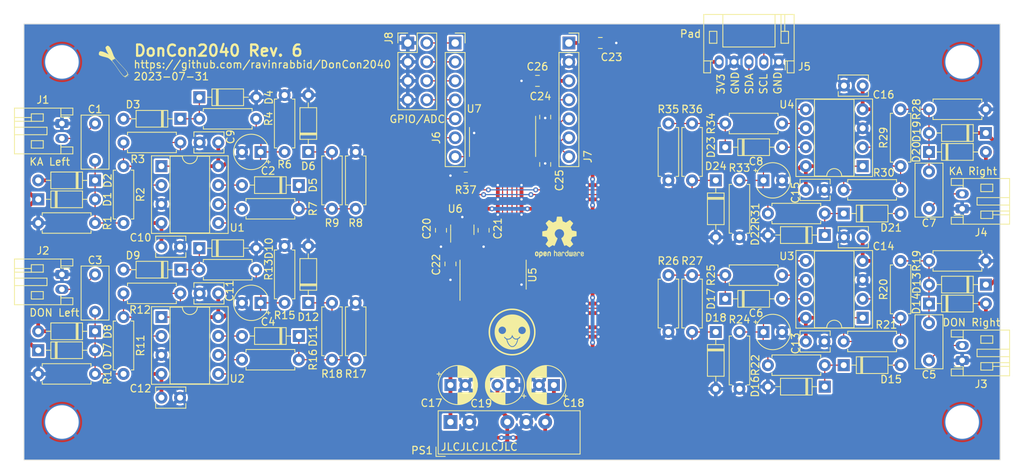
<source format=kicad_pcb>
(kicad_pcb (version 20230620) (generator pcbnew)
  (title_block (title "DonCon2040") (date "2023-07-31") (rev "6") (company "ravinrabbid"))
  (layers (0 "F.Cu" signal) (31 "B.Cu" signal) (34 "B.Paste" user) (35 "F.Paste" user) (36 "B.SilkS" user "B.Silkscreen") (37 "F.SilkS" user "F.Silkscreen") (38 "B.Mask" user) (39 "F.Mask" user) (44 "Edge.Cuts" user))
  (net 0 "")
  (net 1 "Ka_Left_IN")
  (net 2 "Net-(D1-A)")
  (net 3 "Net-(J6-Pin_1)")
  (net 4 "GND")
  (net 5 "Don_Left_IN")
  (net 6 "Net-(D7-A)")
  (net 7 "Net-(J6-Pin_2)")
  (net 8 "Don_Right_IN")
  (net 9 "Net-(D13-A)")
  (net 10 "Net-(J6-Pin_3)")
  (net 11 "Ka_Right_IN")
  (net 12 "Net-(D19-A)")
  (net 13 "Net-(J6-Pin_4)")
  (net 14 "+12V")
  (net 15 "-12V")
  (net 16 "+5V")
  (net 17 "Net-(D3-K)")
  (net 18 "Net-(D3-A)")
  (net 19 "Net-(D5-K)")
  (net 20 "Net-(D5-A)")
  (net 21 "Net-(D10-K)")
  (net 22 "Net-(D9-A)")
  (net 23 "Net-(D11-K)")
  (net 24 "Net-(D11-A)")
  (net 25 "Net-(D15-K)")
  (net 26 "Net-(D15-A)")
  (net 27 "Net-(D17-K)")
  (net 28 "Net-(D17-A)")
  (net 29 "Net-(D21-K)")
  (net 30 "Net-(D21-A)")
  (net 31 "Net-(D23-K)")
  (net 32 "Net-(D23-A)")
  (net 33 "SCL")
  (net 34 "SDA")
  (net 35 "+3V3")
  (net 36 "Net-(U5-Vref)")
  (net 37 "Net-(U1A--)")
  (net 38 "Net-(U1B-+)")
  (net 39 "Net-(U1B--)")
  (net 40 "Net-(U2A--)")
  (net 41 "Net-(U2B-+)")
  (net 42 "Net-(U2B--)")
  (net 43 "Net-(U3A--)")
  (net 44 "Net-(U3B-+)")
  (net 45 "Net-(U3B--)")
  (net 46 "Net-(U4A--)")
  (net 47 "Net-(U4B-+)")
  (net 48 "Net-(U4B--)")
  (net 49 "SPI MOSI")
  (net 50 "SPI MISO")
  (net 51 "SPI SCLK")
  (net 52 "SPI nCS")
  (net 53 "Ka_Left_ADC")
  (net 54 "Don_Left_ADC")
  (net 55 "Don_Right_ADC")
  (net 56 "Ka_Right_ADC")
  (net 59 "SPI OE")
  (net 60 "Net-(U5-~{CS}{slash}SHDN)")
  (net 61 "Net-(U5-Din)")
  (net 62 "Net-(U5-Dout)")
  (net 63 "Net-(U5-CLK)")
  (footprint "Diode_THT:D_DO-35_SOD27_P7.62mm_Horizontal" (layer "F.Cu") (at 102.87 85.09 180)
    (property "Reference" "D2")
    (property "Value" "1SS133")
  )
  (footprint "Diode_THT:D_DO-35_SOD27_P7.62mm_Horizontal" (layer "F.Cu") (at 214.63 81.28)
    (property "Reference" "D20")
    (property "Value" "1SS133")
  )
  (footprint "Capacitor_THT:C_Rect_L7.0mm_W3.5mm_P5.00mm" (layer "F.Cu") (at 214.63 109.22 90)
    (property "Reference" "C5")
    (property "Value" "1nF")
  )
  (footprint "Resistor_THT:R_Axial_DIN0207_L6.3mm_D2.5mm_P7.62mm_Horizontal" (layer "F.Cu") (at 214.63 75.565)
    (property "Reference" "R28")
    (property "Value" "1M")
  )
  (footprint "Connector_PinSocket_2.54mm:PinSocket_1x07_P2.54mm_Vertical" (layer "F.Cu") (at 166.37 66.675)
    (property "Reference" "J7")
    (property "Value" "MCU2")
  )
  (footprint "Diode_THT:D_DO-35_SOD27_P7.62mm_Horizontal" (layer "F.Cu") (at 222.25 99.06 180)
    (property "Reference" "D13")
    (property "Value" "1SS133")
  )
  (footprint "Capacitor_THT:CP_Radial_Tantal_D4.5mm_P2.50mm" (layer "F.Cu") (at 125.055 101.505 180)
    (property "Reference" "C4")
    (property "Value" "0.47uF")
  )
  (footprint "Capacitor_THT:CP_Radial_Tantal_D4.5mm_P2.50mm" (layer "F.Cu") (at 192.445 105.41)
    (property "Reference" "C6")
    (property "Value" "0.47uF")
  )
  (footprint "Diode_THT:D_DO-35_SOD27_P7.62mm_Horizontal" (layer "F.Cu") (at 200.66 112.73797 180)
    (property "Reference" "D16")
    (property "Value" "BAT43")
  )
  (footprint "Resistor_THT:R_Axial_DIN0207_L6.3mm_D2.5mm_P7.62mm_Horizontal" (layer "F.Cu") (at 128.27 73.66 -90)
    (property "Reference" "R6")
    (property "Value" "5.1k")
  )
  (footprint "Capacitor_THT:CP_Radial_Tantal_D4.5mm_P2.50mm" (layer "F.Cu") (at 192.445 85.09)
    (property "Reference" "C8")
    (property "Value" "0.47uF")
  )
  (footprint "Capacitor_THT:C_Disc_D3.8mm_W2.6mm_P2.50mm" (layer "F.Cu") (at 111.76 114.205)
    (property "Reference" "C12")
    (property "Value" "100nF")
  )
  (footprint "Resistor_THT:R_Axial_DIN0207_L6.3mm_D2.5mm_P7.62mm_Horizontal" (layer "F.Cu") (at 200.66 109.855 180)
    (property "Reference" "R22")
    (property "Value" "100")
  )
  (footprint "Resistor_THT:R_Axial_DIN0207_L6.3mm_D2.5mm_P7.62mm_Horizontal" (layer "F.Cu") (at 106.68 80.01)
    (property "Reference" "R3")
    (property "Value" "100k")
  )
  (footprint "Resistor_THT:R_Axial_DIN0207_L6.3mm_D2.5mm_P7.62mm_Horizontal" (layer "F.Cu") (at 122.555 88.9)
    (property "Reference" "R7")
    (property "Value" "10k")
  )
  (footprint "Converter_DCDC:Converter_DCDC_XP_POWER-IAxxxxS_THT" (layer "F.Cu") (at 150.495 117.475 90)
    (property "Reference" "PS1")
    (property "Value" "A0512S-1WR3")
  )
  (footprint "Capacitor_THT:C_Disc_D3.8mm_W2.6mm_P2.50mm" (layer "F.Cu") (at 205.74 92.71 180)
    (property "Reference" "C14")
    (property "Value" "100nF")
  )
  (footprint "Diode_THT:D_DO-35_SOD27_P7.62mm_Horizontal" (layer "F.Cu") (at 186.055 105.41 -90)
    (property "Reference" "D18")
    (property "Value" "4.3V")
  )
  (footprint "Capacitor_SMD:C_0805_2012Metric_Pad1.18x1.45mm_HandSolder" (layer "F.Cu") (at 150.495 96.2875 90)
    (property "Reference" "C22")
    (property "Value" "0.1uF")
  )
  (footprint "Package_DIP:DIP-8_W7.62mm_Socket" (layer "F.Cu") (at 111.76 103.41)
    (property "Reference" "U2")
    (property "Value" "TL072")
  )
  (footprint "Connector_JST:JST_PH_S2B-PH-K_1x02_P2.00mm_Horizontal" (layer "F.Cu") (at 98.425 97.695 -90)
    (property "Reference" "J2")
    (property "Value" "Don Left")
  )
  (footprint "CustomLogos:Leek-Logo_6.3mm_Silkscreen" (layer "F.Cu") (at 105.41 69.215)
    (property "Reference" "REF**" hide)
    (property "Value" "LOGO" hide)
  )
  (footprint "Capacitor_SMD:C_0805_2012Metric_Pad1.18x1.45mm_HandSolder" (layer "F.Cu") (at 154.94 91.7775 90)
    (property "Reference" "C21")
    (property "Value" "10uF")
  )
  (footprint "Connector_JST:JST_PH_S2B-PH-K_1x02_P2.00mm_Horizontal" (layer "F.Cu") (at 98.425 77.47 -90)
    (property "Reference" "J1")
    (property "Value" "Ka Left")
  )
  (footprint "Resistor_THT:R_Axial_DIN0207_L6.3mm_D2.5mm_P7.62mm_Horizontal" (layer "F.Cu") (at 137.795 81.28 -90)
    (property "Reference" "R8")
    (property "Value" "1k")
  )
  (footprint "Capacitor_THT:C_Rect_L7.0mm_W3.5mm_P5.00mm" (layer "F.Cu") (at 214.63 88.9 90)
    (property "Reference" "C7")
    (property "Value" "1nF")
  )
  (footprint "Resistor_THT:R_Axial_DIN0207_L6.3mm_D2.5mm_P7.62mm_Horizontal" (layer "F.Cu") (at 179.705 85.09 90)
    (property "Reference" "R35")
    (property "Value" "1k")
  )
  (footprint "Resistor_THT:R_Axial_DIN0207_L6.3mm_D2.5mm_P7.62mm_Horizontal" (layer "F.Cu") (at 194.945 97.79 180)
    (property "Reference" "R25")
    (property "Value" "10k")
  )
  (footprint "Resistor_THT:R_Axial_DIN0207_L6.3mm_D2.5mm_P7.62mm_Horizontal" (layer "F.Cu") (at 116.84 76.835)
    (property "Reference" "R4")
    (property "Value" "100")
  )
  (footprint "Resistor_THT:R_Axial_DIN0207_L6.3mm_D2.5mm_P7.62mm_Horizontal" (layer "F.Cu") (at 210.82 83.185 90)
    (property "Reference" "R29")
    (property "Value" "4.7k")
  )
  (footprint "Resistor_THT:R_Axial_DIN0207_L6.3mm_D2.5mm_P7.62mm_Horizontal" (layer "F.Cu") (at 210.82 86.36 180)
    (property "Reference" "R30")
    (property "Value" "100k")
  )
  (footprint "Resistor_THT:R_Axial_DIN0207_L6.3mm_D2.5mm_P7.62mm_Horizontal" (layer "F.Cu") (at 134.62 101.505 -90)
    (property "Reference" "R18")
    (property "Value" "300")
  )
  (footprint "Capacitor_SMD:C_0805_2012Metric_Pad1.18x1.45mm_HandSolder" (layer "F.Cu") (at 170.5825 66.675 180)
    (property "Reference" "C23")
    (property "Value" "10uF")
  )
  (footprint "CustomLogos:Donchan-Logo_6.3mm_Silkscreen" (layer "F.Cu") (at 158.75 105.41)
    (property "Reference" "REF02" hide)
    (property "Value" "Donchan-Logo_6.3mm_Silkscreen" hide)
  )
  (footprint "Resistor_THT:R_Axial_DIN0207_L6.3mm_D2.5mm_P7.62mm_Horizontal" (layer "F.Cu") (at 200.66 89.535 180)
    (property "Reference" "R31")
    (property "Value" "100")
  )
  (footprint "Diode_THT:D_DO-35_SOD27_P7.62mm_Horizontal" (layer "F.Cu") (at 203.2 89.535)
    (property "Reference" "D21")
    (property "Value" "BAT43")
  )
  (footprint "Resistor_THT:R_Axial_DIN0207_L6.3mm_D2.5mm_P7.62mm_Horizontal" (layer "F.Cu") (at 214.63 95.885)
    (property "Reference" "R19")
    (property "Value" "1M")
  )
  (footprint "Resistor_THT:R_Axial_DIN0207_L6.3mm_D2.5mm_P7.62mm_Horizontal" (layer "F.Cu") (at 182.88 85.09 90)
    (property "Reference" "R36")
    (property "Value" "300")
  )
  (footprint "Diode_THT:D_DO-35_SOD27_P7.62mm_Horizontal" (layer "F.Cu") (at 186.055 85.09 -90)
    (property "Reference" "D24")
    (property "Value" "4.3V")
  )
  (footprint "Diode_THT:D_DO-35_SOD27_P7.62mm_Horizontal" (layer "F.Cu") (at 130.175 85.725 180)
    (property "Reference" "D5")
    (property "Value" "1N4148")
  )
  (footprint "Connector_PinHeader_2.54mm:PinHeader_2x04_P2.54mm_Vertical" (layer "F.Cu") (at 144.78 66.675)
    (property "Reference" "J8")
    (property "Value" "GPIO/ADC")
  )
  (footprint "Capacitor_THT:CP_Radial_D5.0mm_P2.00mm" (layer "F.Cu") (at 150.495 112.522)
    (property "Reference" "C17")
    (property "Value" "4.7uF")
  )
  (footprint "Connector_PinSocket_2.54mm:PinSocket_1x07_P2.54mm_Vertical" (layer "F.Cu") (at 151.13 66.675)
    (property "Reference" "J6")
    (property "Value" "MCU1")
  )
  (footprint "Resistor_THT:R_Axial_DIN0207_L6.3mm_D2.5mm_P7.62mm_Horizontal" (layer "F.Cu") (at 102.87 111.03 180)
    (property "Reference" "R10")
    (property "Value" "1M")
  )
  (footprint "Resistor_THT:R_Axial_DIN0207_L6.3mm_D2.5mm_P7.62mm_Horizontal" (layer "F.Cu") (at 106.68 103.41 -90)
    (property "Reference" "R11")
    (property "Value" "4.7k")
  )
  (footprint "Capacitor_THT:CP_Radial_D5.0mm_P2.00mm" (layer "F.Cu") (at 164.357 112.522 180)
    (property "Reference" "C18")
    (property "Value" "1uF")
  )
  (footprint "Resistor_THT:R_Axial_DIN0207_L6.3mm_D2.5mm_P7.62mm_Horizontal" (layer "F.Cu") (at 122.555 109.125)
    (property "Reference" "R16")
    (property "Value" "10k")
  )
  (footprint "Diode_THT:D_DO-35_SOD27_P7.62mm_Horizontal" (layer "F.Cu") (at 187.325 100.965)
    (property "Reference" "D17")
    (property "Value" "1N4148")
  )
  (footprint "Capacitor_THT:C_Disc_D3.8mm_W2.6mm_P2.50mm" (layer "F.Cu") (at 119.38 80.01 180)
    (property "Reference" "C9")
    (property "Value" "100nF")
  )
  (footprint "Diode_THT:D_DO-35_SOD27_P7.62mm_Horizontal" (layer "F.Cu") (at 131.445 101.505 90)
    (property "Reference" "D12")
    (property "Value" "4.3V")
  )
  (footprint "MountingHole:MountingHole_4.5mm_Pad_TopOnly" (layer "F.Cu") (at 219.075 69.215)
    (property "Reference" "H2" hide)
    (property "Value" "MountingHole_Pad")
  )
  (footprint "Resistor_THT:R_Axial_DIN0207_L6.3mm_D2.5mm_P7.62mm_Horizontal" (layer "F.Cu") (at 134.62 81.28 -90)
    (property "Reference" "R9")
    (property "Value" "300")
  )
  (footprint "Resistor_THT:R_Axial_DIN0207_L6.3mm_D2.5mm_P7.62mm_Horizontal" (layer "F.Cu") (at 210.82 103.505 90)
    (property "Reference" "R20")
    (property "Value" "4.7k")
  )
  (footprint "Resistor_THT:R_Axial_DIN0207_L6.3mm_D2.5mm_P7.62mm_Horizontal" (layer "F.Cu") (at 179.705 105.41 90)
    (property "Reference" "R26")
    (property "Value" "1k")
  )
  (footprint "Package_SO:SOIC-14_3.9x8.7mm_P1.27mm" (layer "F.Cu") (at 156.21 97.725 90)
    (property "Reference" "U5")
    (property "Value" "MCP3204")
  )
  (footprint "Package_TO_SOT_SMD:SOT-23" (layer "F.Cu") (at 152.085 91.7075 90)
    (property "Reference" "U6")
    (property "Value" "MCP1541-TT")
  )
  (footprint "Diode_THT:D_DO-35_SOD27_P7.62mm_Horizontal" (layer "F.Cu") (at 200.66 92.41797 180)
    (property "Reference" "D22")
    (property "Value" "BAT43")
  )
  (footprint "Diode_THT:D_DO-35_SOD27_P7.62mm_Horizontal" (layer "F.Cu") (at 214.63 101.6)
    (property "Reference" "D14")
    (property "Value" "1SS133")
  )
  (footprint "Package_DIP:DIP-8_W7.62mm_Socket" (layer "F.Cu") (at 205.74 83.185 180)
    (property "Reference" "U4")
    (property "Value" "TL072")
  )
  (footprint "Capacitor_THT:C_Disc_D3.8mm_W2.6mm_P2.50mm" (layer "F.Cu") (at 119.38 100.235 180)
    (property "Reference" "C11")
    (property "Value" "100nF")
  )
  (footprint "Capacitor_THT:C_Disc_D3.8mm_W2.6mm_P2.50mm" (layer "F.Cu") (at 111.76 93.98)
    (property "Reference" "C10")
    (property "Value" "100nF")
  )
  (footprint "Connector_JST:JST_PH_S2B-PH-K_1x02_P2.00mm_Horizontal" (layer "F.Cu") (at 219.075 109.22 90)
    (property "Reference" "J3")
    (property "Value" "Don Right")
  )
  (footprint "Symbol:OSHW-Logo2_7.3x6mm_SilkScreen" (layer "F.Cu") (at 165.1 92.71)
    (property "Reference" "REF01" hide)
    (property "Value" "OSHW-Logo2_7.3x6mm_SilkScreen" hide)
  )
  (footprint "Diode_THT:D_DO-35_SOD27_P7.62mm_Horizontal" (layer "F.Cu") (at 102.87 105.315 180)
    (property "Reference" "D8")
    (property "Value" "1SS133")
  )
  (footprint "Diode_THT:D_DO-35_SOD27_P7.62mm_Horizontal" (layer "F.Cu") (at 131.445 81.28 90)
    (property "Reference" "D6")
    (property "Value" "4.1V")
  )
  (footprint "Capacitor_SMD:C_0805_2012Metric_Pad1.18x1.45mm_HandSolder" (layer "F.Cu") (at 163.195 76.6025 -90)
    (property "Reference" "C24")
    (property "Value" "0.1uF")
  )
  (footprint "Diode_THT:D_DO-35_SOD27_P7.62mm_Horizontal" (layer "F.Cu") (at 116.84 73.95203)
    (property "Reference" "D4")
    (property "Value" "BAT43")
  )
  (footprint "Resistor_THT:R_Axial_DIN0207_L6.3mm_D2.5mm_P7.62mm_Horizontal" (layer "F.Cu") (at 137.795 101.505 -90)
    (property "Reference" "R17")
    (property "Value" "1k")
  )
  (footprint "Connector_JST:JST_PH_S5B-PH-K_1x05_P2.00mm_Horizontal" (layer "F.Cu") (at 194.5 69.215 180)
    (property "Reference" "J5")
    (property "Value" "Pad")
  )
  (footprint "Diode_THT:D_DO-35_SOD27_P7.62mm_Horizontal" (layer "F.Cu") (at 130.175 105.95 180)
    (property "Reference" "D11")
    (property "Value" "1N4148")
  )
  (footprint "Capacitor_SMD:C_0805_2012Metric_Pad1.18x1.45mm_HandSolder" (layer "F.Cu") (at 163.195 82.9525 -90)
    (property "Reference" "C25")
    (property "Value" "0.1uF")
  )
  (footprint "Capacitor_THT:CP_Radial_D5.0mm_P2.00mm" (layer "F.Cu") (at 158.801 112.522 180)
    (property "Reference" "C19")
    (property "Value" "1uF")
  )
  (footprint "Diode_THT:D_DO-35_SOD27_P7.62mm_Horizontal" (layer "F.Cu") (at 187.325 80.645)
    (property "Reference" "D23")
    (property "Value" "1N4148")
  )
  (footprint "Resistor_THT:R_Axial_DIN0207_L6.3mm_D2.5mm_P7.62mm_Horizontal" (layer "F.Cu") (at 189.23 92.71 90)
    (property "Reference" "R33")
    (property "Value" "5.1k")
  )
  (footprint "Capacitor_THT:CP_Radial_Tantal_D4.5mm_P2.50mm" (layer "F.Cu") (at 125.055 81.28 180)
    (property "Reference" "C2")
    (property "Value" "0.47uF")
  )
  (footprint "Package_SO:SOIC-14_3.9x8.7mm_P1.27mm" (layer "F.Cu") (at 157.48 79.945 -90)
    (property "Reference" "U7")
    (property "Value" "TXB0104D")
  )
  (footprint "Package_DIP:DIP-8_W7.62mm_Socket" (layer "F.Cu") (at 205.74 103.505 180)
    (property "Reference" "U3")
    (property "Value" "TL072")
  )
  (footprint "Resistor_THT:R_Axial_DIN0207_L6.3mm_D2.5mm_P7.62mm_Horizontal" (layer "F.Cu") (at 102.87 90.805 180)
    (property "Reference" "R1")
    (property "Value" "1M")
  )
  (footprint "MountingHole:MountingHole_4.5mm_Pad_TopOnly" (layer "F.Cu") (at 98.425 69.215)
    (property "Reference" "H1" hide)
    (property "Value" "MountingHole_Pad")
  )
  (footprint "Capacitor_SMD:C_0805_2012Metric_Pad1.18x1.45mm_HandSolder" (layer "F.Cu") (at 149.225 91.7775 90)
    (property "Reference" "C20")
    (property "Value" "0.1uF")
  )
  (footprint "Capacitor_THT:C_Disc_D3.8mm_W2.6mm_P2.50mm" (layer "F.Cu") (at 198.12 86.36)
    (property "Reference" "C15")
    (property "Value" "100nF")
  )
  (footprint "Resistor_THT:R_Axial_DIN0207_L6.3mm_D2.5mm_P7.62mm_Horizontal" (layer "F.Cu") (at 189.23 113.03 90)
    (property "Reference" "R24")
    (property "Value" "5.1k")
  )
  (footprint "Resistor_THT:R_Axial_DIN0207_L6.3mm_D2.5mm_P7.62mm_Horizontal" (layer "F.Cu") (at 106.68 100.235)
    (property "Reference" "R12")
    (property "Value" "100k")
  )
  (footprint "Capacitor_THT:C_Disc_D3.8mm_W2.6mm_P2.50mm" (layer "F.Cu") (at 205.74 72.39 180)
    (property "Reference" "C16")
    (property "Value" "100nF")
  )
  (footprint "Connector_JST:JST_PH_S2B-PH-K_1x02_P2.00mm_Horizontal" (layer "F.Cu") (at 219.075 88.9 90)
    (property "Reference" "J4")
    (property "Value" "Ka Right")
  )
  (footprint "Diode_THT:D_DO-35_SOD27_P7.62mm_Horizontal" (layer "F.Cu") (at 114.3 76.835 180)
    (property "Reference" "D3")
    (property "Value" "BAT43")
  )
  (footprint "Resistor_THT:R_Axial_DIN0207_L6.3mm_D2.5mm_P7.62mm_Horizontal" (layer "F.Cu") (at 128.27 93.885 -90)
    (property "Reference" "R15")
    (property "Value" "5.1k")
  )
  (footprint "Diode_THT:D_DO-35_SOD27_P7.62mm_Horizontal" (layer "F.Cu") (at 116.84 94.17703)
    (property "Reference" "D10")
    (property "Value" "BAT43")
  )
  (footprint "Capacitor_SMD:C_0805_2012Metric_Pad1.18x1.45mm_HandSolder" (layer "F.Cu") (at 162.1575 71.755)
    (property "Reference" "C26")
    (property "Value" "10uF")
  )
  (footprint "Resistor_THT:R_Axial_DIN0207_L6.3mm_D2.5mm_P7.62mm_Horizontal" (layer "F.Cu") (at 106.68 83.185 -90)
    (property "Reference" "R2")
    (property "Value" "4.7k")
  )
  (footprint "Capacitor_THT:C_Disc_D3.8mm_W2.6mm_P2.50mm" (layer "F.Cu") (at 198.12 106.68)
    (property "Reference" "C13")
    (property "Value" "100nF")
  )
  (footprint "Resistor_THT:R_Axial_DIN0207_L6.3mm_D2.5mm_P7.62mm_Horizontal" (layer "F.Cu") (at 210.82 106.68 180)
    (property "Reference" "R21")
    (property "Value" "100k")
  )
  (footprint "Resistor_THT:R_Axial_DIN0207_L6.3mm_D2.5mm_P7.62mm_Horizontal" (layer "F.Cu") (at 194.945 77.47 180)
    (property "Reference" "R34")
    (property "Value" "10k")
  )
  (footprint "Capacitor_THT:C_Rect_L7.0mm_W3.5mm_P5.00mm" (layer "F.Cu") (at 102.87 77.47 -90)
    (property "Reference" "C1")
    (property "Value" "1nF")
  )
  (footprint "Resistor_THT:R_Axial_DIN0207_L6.3mm_D2.5mm_P7.62mm_Horizontal" (layer "F.Cu") (at 116.84 97.06)
    (property "Reference" "R13")
    (property "Value" "100")
  )
  (footprint "Resistor_THT:R_Axial_DIN0207_L6.3mm_D2.5mm_P7.62mm_Horizontal" (layer "F.Cu") (at 182.88 105.41 90)
    (property "Reference" "R27")
    (property "Value" "300")
  )
  (footprint "Package_DIP:DIP-8_W7.62mm_Socket" (layer "F.Cu") (at 111.76 83.185)
    (property "Reference" "U1")
    (property "Value" "TL072")
  )
  (footprint "MountingHole:MountingHole_4.5mm_Pad_TopOnly" (layer "F.Cu") (at 98.425 117.475)
    (property "Reference" "H4" hide)
    (property "Value" "MountingHole_Pad")
  )
  (footprint "Diode_THT:D_DO-35_SOD27_P7.62mm_Horizontal" (layer "F.Cu") (at 95.25 107.855)
    (property "Reference" "D7")
    (property "Value" "1SS133")
  )
  (footprint "Resistor_SMD:R_0805_2012Metric_Pad1.20x1.40mm_HandSolder" (layer "F.Cu") (at 152.553169 84.70682 180)
    (property "Reference" "R37")
    (property "Value" "10k")
  )
  (footprint "MountingHole:MountingHole_4.5mm_Pad_TopOnly" (layer "F.Cu") (at 219.075 117.475)
    (property "Reference" "H3" hide)
    (property "Value" "MountingHole_Pad")
  )
  (footprint "Diode_THT:D_DO-35_SOD27_P7.62mm_Horizontal" (layer "F.Cu") (at 222.25 78.74 180)
    (property "Reference" "D19")
    (property "Value" "1SS133")
  )
  (footprint "Diode_THT:D_DO-35_SOD27_P7.62mm_Horizontal" (layer "F.Cu") (at 203.2 109.855)
    (property "Reference" "D15")
    (property "Value" "BAT43")
  )
  (footprint "Diode_THT:D_DO-35_SOD27_P7.62mm_Horizontal" (layer "F.Cu") (at 95.25 87.63)
    (property "Reference" "D1")
    (property "Value" "1SS133")
  )
  (footprint "Capacitor_THT:C_Rect_L7.0mm_W3.5mm_P5.00mm" (layer "F.Cu") (at 102.87 97.695 -90)
    (property "Reference" "C3")
    (property "Value" "1nF")
  )
  (footprint "Diode_THT:D_DO-35_SOD27_P7.62mm_Horizontal" (layer "F.Cu") (at 114.3 97.06 180)
    (property "Reference" "D9")
    (property "Value" "BAT43")
  )
  (gr_rect (start 93.345 64.135) (end 224.155 122.555) (stroke (width 0.1)) (fill none) (layer "Edge.Cuts"))
  (gr_text "GND" (at 194.945 73.66 90) (layer "F.SilkS") (effects (font (size 1 1)) (justify left bottom)))
  (gr_text "SDA" (at 191.135 73.66 90) (layer "F.SilkS") (effects (font (size 1 1)) (justify left bottom)))
  (gr_text "https://github.com/ravinrabbid/DonCon2040\n${ISSUE_DATE}" (at 107.95 71.755 0) (layer "F.SilkS") (effects (font (size 1 1)) (justify left bottom)))
  (gr_text "GND" (at 189.23 73.66 90) (layer "F.SilkS") (effects (font (size 1 1)) (justify left bottom)))
  (gr_text "GPIO/ADC" (at 142.24 77.47 0) (layer "F.SilkS") (effects (font (size 1 1)) (justify left bottom)))
  (gr_text "${TITLE} Rev. ${REVISION}" (at 107.95 68.58 0) (layer "F.SilkS") (effects (font (size 1.5 1.5) (thickness 0.3) bold) (justify left bottom)))
  (gr_text "JLCJLCJLCJLC" (at 149.115818 121.406134 0) (layer "F.SilkS") (effects (font (size 1 1)) (justify left bottom)))
  (gr_text "DON Left\n" (at 93.98 103.41 0) (layer "F.SilkS") (effects (font (size 1 1)) (justify left bottom)))
  (gr_text "3V3" (at 187.325 73.66 90) (layer "F.SilkS") (effects (font (size 1 1)) (justify left bottom)))
  (gr_text "KA Left" (at 93.98 83.185 0) (layer "F.SilkS") (effects (font (size 1 1)) (justify left bottom)))
  (gr_text "Pad" (at 181.165 66.04 0) (layer "F.SilkS") (effects (font (size 1 1)) (justify left bottom)))
  (gr_text "KA Right" (at 217.17 84.455 0) (layer "F.SilkS") (effects (font (size 1 1)) (justify left bottom)))
  (gr_text "DON Right" (at 216.362317 104.72629 0) (layer "F.SilkS") (effects (font (size 1 1)) (justify left bottom)))
  (gr_text "SCL" (at 193.04 73.66 90) (layer "F.SilkS") (effects (font (size 1 1)) (justify left bottom)))
  (segment (start 100.87 79.47) (end 102.87 77.47) (width 0.1524) (layer "F.Cu") (net 1))
  (segment (start 98.425 79.47) (end 100.87 79.47) (width 0.1524) (layer "F.Cu") (net 1))
  (segment (start 102.87 85.09) (end 102.87 87.63) (width 0.1524) (layer "F.Cu") (net 2))
  (segment (start 102.87 90.805) (end 102.87 87.63) (width 0.1524) (layer "F.Cu") (net 2))
  (segment (start 102.87 82.47) (end 102.87 85.09) (width 0.1524) (layer "F.Cu") (net 2))
  (segment (start 102.87 90.805) (end 106.68 90.805) (width 0.1524) (layer "F.Cu") (net 2))
  (segment (start 147.32 66.675) (end 151.13 66.675) (width 0.1524) (layer "F.Cu") (net 3))
  (segment (start 168.7613 101.6) (end 170.3287 101.6) (width 0.508) (layer "F.Cu") (net 4))
  (segment (start 160.02 100.2) (end 160.02 99.06) (width 0.508) (layer "F.Cu") (net 4))
  (segment (start 150.74682 84.70682) (end 150.495 84.455) (width 0.508) (layer "F.Cu") (net 4))
  (segment (start 168.7613 102.87) (end 170.3287 102.87) (width 0.508) (layer "F.Cu") (net 4))
  (segment (start 161.12 71.755) (end 160.02 71.755) (width 0.508) (layer "F.Cu") (net 4))
  (segment (start 170.3287 85.725) (end 168.7613 85.725) (width 0.508) (layer "F.Cu") (net 4))
  (segment (start 154.94 95.25) (end 154.94 93.98) (width 0.508) (layer "F.Cu") (net 4))
  (segment (start 149.225 92.815) (end 149.225 93.98) (width 0.508) (layer "F.Cu") (net 4))
  (segment (start 153.67 77.47) (end 153.67 78.74) (width 0.508) (layer "F.Cu") (net 4))
  (segment (start 156.845 85.725) (end 156.845 87.63) (width 0.508) (layer "F.Cu") (net 4))
  (segment (start 171.62 66.675) (end 172.72 66.675) (width 0.508) (layer "F.Cu") (net 4))
  (segment (start 163.195 81.915) (end 163.195 82.8228) (width 0.508) (layer "F.Cu") (net 4))
  (segment (start 150.495 97.325) (end 150.495 98.425) (width 0.508) (layer "F.Cu") (net 4))
  (segment (start 154.94 92.815) (end 154.94 93.98) (width 0.508) (layer "F.Cu") (net 4))
  (segment (start 151.553169 84.70682) (end 150.74682 84.70682) (width 0.508) (layer "F.Cu") (net 4))
  (segment (start 170.3287 87.63) (end 168.7613 87.63) (width 0.508) (layer "F.Cu") (net 4))
  (segment (start 170.3287 106.045) (end 168.7613 106.045) (width 0.508) (layer "F.Cu") (net 4))
  (segment (start 163.195 77.64) (end 163.195 76.7322) (width 0.508) (layer "F.Cu") (net 4))
  (segment (start 160.02 85.725) (end 160.02 87.63) (width 0.508) (layer "F.Cu") (net 4))
  (segment (start 170.3287 104.775) (end 168.7613 104.775) (width 0.508) (layer "F.Cu") (net 4))
  (segment (start 160.02 87.63) (end 160.02 89.6837) (width 0.508) (layer "F.Cu") (net 4))
  (segment (start 152.085 90.0037) (end 152.085 90.77) (width 0.508) (layer "F.Cu") (net 4))
  (segment (start 156.845 87.63) (end 156.845 89.6837) (width 0.508) (layer "F.Cu") (net 4))
  (via (at 168.7613 101.6) (size 0.6604) (drill 0.3302) (layers "F.Cu" "B.Cu") (net 4))
  (via (at 170.3287 102.87) (size 0.6604) (drill 0.3302) (layers "F.Cu" "B.Cu") (net 4))
  (via (at 170.3287 106.045) (size 0.6604) (drill 0.3302) (layers "F.Cu" "B.Cu") (net 4))
  (via (at 170.3287 85.725) (size 0.6604) (drill 0.3302) (layers "F.Cu" "B.Cu") (net 4))
  (via (at 156.845 87.63) (size 0.6604) (drill 0.3302) (layers "F.Cu" "B.Cu") (net 4))
  (via (at 150.495 98.425) (size 0.6604) (drill 0.3302) (layers "F.Cu" "B.Cu") (net 4))
  (via (at 160.02 85.725) (size 0.6604) (drill 0.3302) (layers "F.Cu" "B.Cu") (net 4))
  (via (at 170.3287 101.6) (size 0.6604) (drill 0.3302) (layers "F.Cu" "B.Cu") (net 4))
  (via (at 170.3287 87.63) (size 0.6604) (drill 0.3302) (layers "F.Cu" "B.Cu") (net 4))
  (via (at 172.72 66.675) (size 0.6604) (drill 0.3302) (layers "F.Cu" "B.Cu") (net 4))
  (via (at 150.495 84.455) (size 0.6604) (drill 0.3302) (layers "F.Cu" "B.Cu") (net 4))
  (via (at 168.7613 104.775) (size 0.6604) (drill 0.3302) (layers "F.Cu" "B.Cu") (net 4))
  (via (at 152.085 90.0037) (size 0.6604) (drill 0.3302) (layers "F.Cu" "B.Cu") (net 4))
  (via (at 154.94 93.98) (size 0.6604) (drill 0.3302) (layers "F.Cu" "B.Cu") (net 4))
  (via (at 168.7613 85.725) (size 0.6604) (drill 0.3302) (layers "F.Cu" "B.Cu") (net 4))
  (via (at 160.02 99.06) (size 0.6604) (drill 0.3302) (layers "F.Cu" "B.Cu") (net 4))
  (via (at 168.7613 106.045) (size 0.6604) (drill 0.3302) (layers "F.Cu" "B.Cu") (net 4))
  (via (at 168.7613 102.87) (size 0.6604) (drill 0.3302) (layers "F.Cu" "B.Cu") (net 4))
  (via (at 160.02 71.755) (size 0.6604) (drill 0.3302) (layers "F.Cu" "B.Cu") (net 4))
  (via (at 170.3287 104.775) (size 0.6604) (drill 0.3302) (layers "F.Cu" "B.Cu") (net 4))
  (via (at 156.845 85.725) (size 0.6604) (drill 0.3302) (layers "F.Cu" "B.Cu") (net 4))
  (via (at 163.195 82.8228) (size 0.6604) (drill 0.3302) (layers "F.Cu" "B.Cu") (net 4))
  (via (at 160.02 89.6837) (size 0.6604) (drill 0.3302) (layers "F.Cu" "B.Cu") (net 4))
  (via (at 156.845 89.6837) (size 0.6604) (drill 0.3302) (layers "F.Cu" "B.Cu") (net 4))
  (via (at 163.195 76.7322) (size 0.6604) (drill 0.3302) (layers "F.Cu" "B.Cu") (net 4))
  (via (at 153.67 78.74) (size 0.6604) (drill 0.3302) (layers "F.Cu" "B.Cu") (net 4))
  (via (at 160.02 87.63) (size 0.6604) (drill 0.3302) (layers "F.Cu" "B.Cu") (net 4))
  (via (at 168.7613 87.63) (size 0.6604) (drill 0.3302) (layers "F.Cu" "B.Cu") (net 4))
  (via (at 149.225 93.98) (size 0.6604) (drill 0.3302) (layers "F.Cu" "B.Cu") (net 4))
  (segment (start 100.87 99.695) (end 102.87 97.695) (width 0.1524) (layer "F.Cu") (net 5))
  (segment (start 98.425 99.695) (end 100.87 99.695) (width 0.1524) (layer "F.Cu") (net 5))
  (segment (start 102.87 111.03) (end 102.87 107.855) (width 0.1524) (layer "F.Cu") (net 6))
  (segment (start 102.87 102.695) (end 102.87 105.315) (width 0.1524) (layer "F.Cu") (net 6))
  (segment (start 102.87 105.315) (end 102.87 107.855) (width 0.1524) (layer "F.Cu") (net 6))
  (segment (start 102.87 111.03) (end 106.68 111.03) (width 0.1524) (layer "F.Cu") (net 6))
  (segment (start 147.32 69.215) (end 151.13 69.215) (width 0.1524) (layer "F.Cu") (net 7))
  (segment (start 219.075 107.22) (end 216.63 107.22) (width 0.1524) (layer "F.Cu") (net 8))
  (segment (start 216.63 107.22) (end 214.63 109.22) (width 0.1524) (layer "F.Cu") (net 8))
  (segment (start 214.63 104.22) (end 214.63 101.6) (width 0.1524) (layer "F.Cu") (net 9))
  (segment (start 214.63 95.885) (end 214.63 99.06) (width 0.1524) (layer "F.Cu") (net 9))
  (segment (start 214.63 101.6) (end 214.63 99.06) (width 0.1524) (layer "F.Cu") (net 9))
  (segment (start 214.63 95.885) (end 210.82 95.885) (width 0.1524) (layer "F.Cu") (net 9))
  (segment (start 147.32 71.755) (end 151.13 71.755) (width 0.1524) (layer "F.Cu") (net 10))
  (segment (start 216.63 86.9) (end 214.63 88.9) (width 0.1524) (layer "F.Cu") (net 11))
  (segment (start 219.075 86.9) (end 216.63 86.9) (width 0.1524) (layer "F.Cu") (net 11))
  (segment (start 214.63 81.28) (end 214.63 78.74) (width 0.1524) (layer "F.Cu") (net 12))
  (segment (start 214.63 75.565) (end 210.82 75.565) (width 0.1524) (layer "F.Cu") (net 12))
  (segment (start 214.63 75.565) (end 214.63 78.74) (width 0.1524) (layer "F.Cu") (net 12))
  (segment (start 214.63 83.9) (end 214.63 81.28) (width 0.1524) (layer "F.Cu") (net 12))
  (segment (start 147.32 74.295) (end 151.13 74.295) (width 0.1524) (layer "F.Cu") (net 13))
  (segment (start 164.357 115.678) (end 164.357 112.522) (width 0.508) (layer "F.Cu") (net 14))
  (segment (start 163.195 116.84) (end 164.357 115.678) (width 0.508) (layer "F.Cu") (net 14))
  (segment (start 222.885 99.06) (end 223.52 98.425) (width 0.508) (layer "F.Cu") (net 14))
  (segment (start 163.195 117.475) (end 163.195 116.84) (width 0.508) (layer "F.Cu") (net 14))
  (segment (start 116.84 104.775) (end 118.205 103.41) (width 0.508) (layer "F.Cu") (net 14))
  (segment (start 163.195 118.745) (end 162.56 119.38) (width 0.508) (layer "F.Cu") (net 14))
  (segment (start 119.38 103.41) (end 120.11 103.41) (width 0.508) (layer "F.Cu") (net 14))
  (segment (start 120.11 103.41) (end 120.65 102.87) (width 0.508) (layer "F.Cu") (net 14))
  (segment (start 220.942 78.74) (end 212.052 69.85) (width 0.508) (layer "F.Cu") (net 14))
  (segment (start 95.25 74.93) (end 93.98 76.2) (width 0.508) (layer "F.Cu") (net 14))
  (segment (start 162.360544 119.579456) (end 162.56 119.38) (width 0.508) (layer "F.Cu") (net 14))
  (segment (start 118.944456 119.579456) (end 116.84 117.475) (width 0.508) (layer "F.Cu") (net 14))
  (segment (start 197.485 103.505) (end 198.12 103.505) (width 0.508) (layer "F.Cu") (net 14))
  (segment (start 119.38 83.185) (end 120.015 83.185) (width 0.508) (layer "F.Cu") (net 14))
  (segment (start 198.12 83.185) (end 197.485 83.185) (width 0.508) (layer "F.Cu") (net 14))
  (segment (start 222.25 78.74) (end 220.942 78.74) (width 0.508) (layer "F.Cu") (net 14))
  (segment (start 93.98 88.5825) (end 94.9325 87.63) (width 0.508) (layer "F.Cu") (net 14))
  (segment (start 212.052 69.85) (end 201.93 69.85) (width 0.508) (layer "F.Cu") (net 14))
  (segment (start 163.195 117.475) (end 163.195 118.745) (width 0.508) (layer "F.Cu") (net 14))
  (segment (start 194.745544 119.579456) (end 196.85 117.475) (width 0.508) (layer "F.Cu") (net 14))
  (segment (start 162.360544 119.579456) (end 194.745544 119.579456) (width 0.508) (layer "F.Cu") (net 14))
  (segment (start 201.93 69.85) (end 200.66 71.12) (width 0.508) (layer "F.Cu") (net 14))
  (segment (start 119.38 80.01) (end 119.38 83.185) (width 0.508) (layer "F.Cu") (net 14))
  (segment (start 198.12 86.36) (end 198.12 83.185) (width 0.508) (layer "F.Cu") (net 14))
  (segment (start 196.85 92.075) (end 200.66 95.885) (width 0.508) (layer "F.Cu") (net 14))
  (segment (start 200.66 95.885) (end 200.66 102.235) (width 0.508) (layer "F.Cu") (net 14))
  (segment (start 158.8987 119.579456) (end 162.360544 119.579456) (width 0.508) (layer "F.Cu") (net 14))
  (segment (start 120.015 83.185) (end 120.65 82.55) (width 0.508) (layer "F.Cu") (net 14))
  (segment (start 93.98 76.2) (end 93.98 86.6775) (width 0.508) (layer "F.Cu") (net 14))
  (segment (start 118.205 103.41) (end 119.38 103.41) (width 0.508) (layer "F.Cu") (net 14))
  (segment (start 196.85 83.82) (end 196.85 92.075) (width 0.508) (layer "F.Cu") (net 14))
  (segment (start 223.52 80.01) (end 222.25 78.74) (width 0.508) (layer "F.Cu") (net 14))
  (segment (start 119.38 100.235) (end 119.38 103.41) (width 0.508) (layer "F.Cu") (net 14))
  (segment (start 199.39 103.505) (end 198.12 103.505) (width 0.508) (layer "F.Cu") (net 14))
  (segment (start 196.85 104.14) (end 197.485 103.505) (width 0.508) (layer "F.Cu") (net 14))
  (segment (start 120.65 82.55) (end 120.65 73.025) (width 0.508) (layer "F.Cu") (net 14))
  (segment (start 120.65 102.87) (end 120.65 94.615) (width 0.508) (layer "F.Cu") (net 14))
  (segment (start 198.12 106.68) (end 198.12 103.505) (width 0.508) (layer "F.Cu") (net 14))
  (segment (start 196.85 117.475) (end 196.85 104.14) (width 0.508) (layer "F.Cu") (net 14))
  (segment (start 119.38 71.755) (end 113.827015 71.755) (width 0.508) (layer "F.Cu") (net 14))
  (segment (start 116.84 117.475) (end 116.84 104.775) (width 0.508) (layer "F.Cu") (net 14))
  (segment (start 113.827015 71.755) (end 110.652015 74.93) (width 0.508) (layer "F.Cu") (net 14))
  (segment (start 110.652015 74.93) (end 95.25 74.93) (width 0.508) (layer "F.Cu") (net 14))
  (segment (start 94.9325 87.63) (end 95.25 87.63) (width 0.508) (layer "F.Cu") (net 14))
  (segment (start 157.3313 119.579456) (end 118.944456 119.579456) (width 0.508) (layer "F.Cu") (net 14))
  (segment (start 200.66 81.915) (end 199.39 83.185) (width 0.508) (layer "F.Cu") (net 14))
  (segment (start 222.25 99.06) (end 222.885 99.06) (width 0.508) (layer "F.Cu") (net 14))
  (segment (start 93.98 106.775) (end 93.98 88.5825) (width 0.508) (layer "F.Cu") (net 14))
  (segment (start 93.98 86.6775) (end 94.9325 87.63) (width 0.508) (layer "F.Cu") (net 14))
  (segment (start 120.65 94.615) (end 116.84 90.805) (width 0.508) (layer "F.Cu") (net 14))
  (segment (start 199.39 83.185) (end 198.12 83.185) (width 0.508) (layer "F.Cu") (net 14))
  (segment (start 200.66 102.235) (end 199.39 103.505) (width 0.508) (layer "F.Cu") (net 14))
  (segment (start 223.52 98.425) (end 223.52 80.01) (width 0.508) (layer "F.Cu") (net 14))
  (segment (start 197.485 83.185) (end 196.85 83.82) (width 0.508) (layer "F.Cu") (net 14))
  (segment (start 116.84 90.805) (end 116.84 84.455) (width 0.508) (layer "F.Cu") (net 14))
  (segment (start 200.66 71.12) (end 200.66 81.915) (width 0.508) (layer "F.Cu") (net 14))
  (segment (start 116.84 84.455) (end 118.11 83.185) (width 0.508) (layer "F.Cu") (net 14))
  (segment (start 120.65 73.025) (end 119.38 71.755) (width 0.508) (layer "F.Cu") (net 14))
  (segment (start 95.06 107.855) (end 93.98 106.775) (width 0.508) (layer "F.Cu") (net 14))
  (segment (start 118.11 83.185) (end 119.38 83.185) (width 0.508) (layer "F.Cu") (net 14))
  (segment (start 95.25 107.855) (end 95.06 107.855) (width 0.508) (layer "F.Cu") (net 14))
  (via (at 158.8987 119.579456) (size 0.6604) (drill 0.3302) (layers "F.Cu" "B.Cu") (net 14))
  (via (at 157.3313 119.579456) (size 0.6604) (drill 0.3302) (layers "F.Cu" "B.Cu") (net 14))
  (segment (start 157.3313 119.579456) (end 158.8987 119.579456) (width 0.508) (layer "B.Cu") (net 14))
  (segment (start 205.74 95.885) (end 205.74 92.71) (width 0.508) (layer "F.Cu") (net 15))
  (segment (start 212.725 90.805) (end 208.28 95.25) (width 0.508) (layer "F.Cu") (net 15))
  (segment (start 111.76 111.03) (end 111.76 114.205) (width 0.508) (layer "F.Cu") (net 15))
  (segment (start 104.775 95.954315) (end 104.775 105.41) (width 0.508) (layer "F.Cu") (net 15))
  (segment (start 158.115 116.84) (end 156.801 115.526) (width 0.508) (layer "F.Cu") (net 15))
  (segment (start 156.845 120.65) (end 163.83 120.65) (width 0.508) (layer "F.Cu") (net 15))
  (segment (start 97.155 93.345) (end 95.25 95.25) (width 0.508) (layer "F.Cu") (net 15))
  (segment (start 220.345 100.965) (end 220.98 101.6) (width 0.508) (layer "F.Cu") (net 15))
  (segment (start 220.98 111.76) (end 217.17 111.76) (width 0.508) (layer "F.Cu") (net 15))
  (segment (start 95.25 105.315) (end 96.425 105.315) (width 0.508) (layer "F.Cu") (net 15))
  (segment (start 111.76 90.805) (end 111.76 93.98) (width 0.508) (layer "F.Cu") (net 15))
  (segment (start 97.155 85.725) (end 97.155 93.345) (width 0.508) (layer "F.Cu") (net 15))
  (segment (start 222.25 101.6) (end 222.25 110.49) (width 0.508) (layer "F.Cu") (net 15))
  (segment (start 212.725 81.28) (end 212.725 90.805) (width 0.508) (layer "F.Cu") (net 15))
  (segment (start 205.74 75.565) (end 207.01 75.565) (width 0.508) (layer "F.Cu") (net 15))
  (segment (start 111.76 90.805) (end 109.924315 90.805) (width 0.508) (layer "F.Cu") (net 15))
  (segment (start 104.775 105.41) (end 109.22 109.855) (width 0.508) (layer "F.Cu") (net 15))
  (segment (start 158.115 117.475) (end 158.115 116.84) (width 0.508) (layer "F.Cu") (net 15))
  (segment (start 220.98 101.6) (end 222.25 101.6) (width 0.508) (layer "F.Cu") (net 15))
  (segment (start 113.665 120.65) (end 156.845 120.65) (width 0.508) (layer "F.Cu") (net 15))
  (segment (start 158.115 120.015) (end 157.48 120.65) (width 0.508) (layer "F.Cu") (net 15))
  (segment (start 220.345 93.345) (end 220.345 100.965) (width 0.508) (layer "F.Cu") (net 15))
  (segment (start 109.924315 90.805) (end 104.775 95.954315) (width 0.508) (layer "F.Cu") (net 15))
  (segment (start 208.28 97.155) (end 207.01 95.885) (width 0.508) (layer "F.Cu") (net 15))
  (segment (start 97.155 108.585) (end 109.22 120.65) (width 0.508) (layer "F.Cu") (net 15))
  (segment (start 217.17 111.76) (end 213.36 115.57) (width 0.508) (layer "F.Cu") (net 15))
  (segment (start 110.395 111.03) (end 111.76 111.03) (width 0.508) (layer "F.Cu") (net 15))
  (segment (start 96.52 85.09) (end 97.155 85.725) (width 0.508) (layer "F.Cu") (net 15))
  (segment (start 212.725 116.205) (end 212.725 101.6) (width 0.508) (layer "F.Cu") (net 15))
  (segment (start 222.25 91.44) (end 220.345 93.345) (width 0.508) (layer "F.Cu") (net 15))
  (segment (start 208.28 95.25) (end 208.28 97.155) (width 0.508) (layer "F.Cu") (net 15))
  (segment (start 212.725 101.6) (end 208.28 97.155) (width 0.508) (layer "F.Cu") (net 15))
  (segment (start 213.36 115.57) (end 212.725 116.205) (width 0.508) (layer "F.Cu") (net 15))
  (segment (start 109.22 109.855) (end 110.395 111.03) (width 0.508) (layer "F.Cu") (net 15))
  (segment (start 95.25 95.25) (end 95.25 105.315) (width 0.508) (layer "F.Cu") (net 15))
  (segment (start 213.36 115.57) (end 208.28 120.65) (width 0.508) (layer "F.Cu") (net 15))
  (segment (start 97.155 106.045) (end 97.155 108.585) (width 0.508) (layer "F.Cu") (net 15))
  (segment (start 109.22 120.65) (end 113.665 120.65) (width 0.508) (layer "F.Cu") (net 15))
  (segment (start 112.395 120.65) (end 113.665 120.65) (width 0.508) (layer "F.Cu") (net 15))
  (segment (start 109.22 109.855) (end 109.22 117.475) (width 0.508) (layer "F.Cu") (net 15))
  (segment (start 157.48 120.65) (end 156.845 120.65) (width 0.508) (layer "F.Cu") (net 15))
  (segment (start 222.25 110.49) (end 220.98 111.76) (width 0.508) (layer "F.Cu") (net 15))
  (segment (start 109.22 117.475) (end 112.395 120.65) (width 0.508) (layer "F.Cu") (net 15))
  (segment (start 156.801 115.526) (end 156.801 112.522) (width 0.508) (layer "F.Cu") (net 15))
  (segment (start 96.425 105.315) (end 97.155 106.045) (width 0.508) (layer "F.Cu") (net 15))
  (segment (start 207.01 95.885) (end 205.74 95.885) (width 0.508) (layer "F.Cu") (net 15))
  (segment (start 205.74 75.565) (end 205.74 72.39) (width 0.508) (layer "F.Cu") (net 15))
  (segment (start 207.01 75.565) (end 212.725 81.28) (width 0.508) (layer "F.Cu") (net 15))
  (segment (start 158.115 117.475) (end 158.115 120.015) (width 0.508) (layer "F.Cu") (net 15))
  (segment (start 222.25 81.28) (end 222.25 91.44) (width 0.508) (layer "F.Cu") (net 15))
  (segment (start 95.25 85.09) (end 96.52 85.09) (width 0.508) (layer "F.Cu") (net 15))
  (segment (start 208.28 120.65) (end 163.83 120.65) (width 0.508) (layer "F.Cu") (net 15))
  (segment (start 151.135 91.95) (end 151.135 92.645) (width 0.508) (layer "F.Cu") (net 16))
  (segment (start 147.955 88.9) (end 147.32 89.535) (width 0.508) (layer "F.Cu") (net 16))
  (segment (start 168.275 88.9) (end 169.545 90.17) (width 0.508) (layer "F.Cu") (net 16))
  (segment (start 166.37 66.675) (end 169.545 66.675) (width 0.508) (layer "F.Cu") (net 16))
  (segment (start 160.8037 88.9) (end 168.275 88.9) (width 0.508) (layer "F.Cu") (net 16))
  (segment (start 149.225 89.535) (end 149.225 90.74) (width 0.508) (layer "F.Cu") (net 16))
  (segment (start 168.275 109.855) (end 151.765 109.855) (width 0.508) (layer "F.Cu") (net 16))
  (segment (start 150.495 117.475) (end 150.495 112.522) (width 0.508) (layer "F.Cu") (net 16))
  (segment (start 156.0613 88.9) (end 147.955 88.9) (width 0.508) (layer "F.Cu") (net 16))
  (segment (start 163.195 83.99) (end 162.095 83.99) (width 0.508) (layer "F.Cu") (net 16))
  (segment (start 152.335 95.185) (end 152.4 95.25) (width 0.5) (layer "F.Cu") (net 16))
  (segment (start 169.545 108.585) (end 168.275 109.855) (width 0.508) (layer "F.Cu") (net 16))
  (segment (start 168.105 83.99) (end 169.545 82.55) (width 0.508) (layer "F.Cu") (net 16))
  (segment (start 161.29 83.185) (end 161.29 82.42) (width 0.508) (layer "F.Cu") (net 16))
  (segment (start 149.925 90.74) (end 151.135 91.95) (width 0.508) (layer "F.Cu") (net 16))
  (segment (start 162.095 83.99) (end 161.29 83.185) (width 0.508) (layer "F.Cu") (net 16))
  (segment (start 169.545 106.8287) (end 169.545 108.585) (width 0.508) (layer "F.Cu") (net 16))
  (segment (start 147.32 89.535) (end 147.32 94.615) (width 0.508) (layer "F.Cu") (net 16))
  (segment (start 169.545 83.185) (end 169.545 84.9413) (width 0.508) (layer "F.Cu") (net 16))
  (segment (start 163.195 83.99) (end 168.105 83.99) (width 0.508) (layer "F.Cu") (net 16))
  (segment (start 169.545 91.44) (end 169.545 100.8163) (width 0.508) (layer "F.Cu") (net 16))
  (segment (start 151.765 109.855) (end 150.495 111.125) (width 0.508) (layer "F.Cu") (net 16))
  (segment (start 169.545 66.675) (end 169.545 83.185) (width 0.508) (layer "F.Cu") (net 16))
  (segment (start 150.495 111.125) (end 150.495 112.522) (width 0.508) (layer "F.Cu") (net 16))
  (segment (start 169.545 88.4137) (end 169.545 91.44) (width 0.508) (layer "F.Cu") (net 16))
  (segment (start 147.955 95.25) (end 150.495 95.25) (width 0.508) (layer "F.Cu") (net 16))
  (segment (start 147.32 94.615) (end 147.955 95.25) (width 0.508) (layer "F.Cu") (net 16))
  (segment (start 149.86 88.9) (end 149.225 89.535) (width 0.508) (layer "F.Cu") (net 16))
  (segment (start 149.225 90.74) (end 149.925 90.74) (width 0.508) (layer "F.Cu") (net 16))
  (segment (start 152.4 95.25) (end 150.495 95.25) (width 0.508) (layer "F.Cu") (net 16))
  (via (at 169.545 106.8287) (size 0.6604) (drill 0.3302) (layers "F.Cu" "B.Cu") (net 16))
  (via (at 156.0613 88.9) (size 0.6604) (drill 0.3302) (layers "F.Cu" "B.Cu") (net 16))
  (via (at 169.545 84.9413) (size 0.6604) (drill 0.3302) (layers "F.Cu" "B.Cu") (net 16))
  (via (at 169.545 88.4137) (size 0.6604) (drill 0.3302) (layers "F.Cu" "B.Cu") (net 16))
  (via (at 160.8037 88.9) (size 0.6604) (drill 0.3302) (layers "F.Cu" "B.Cu") (net 16))
  (via (at 169.545 100.8163) (size 0.6604) (drill 0.3302) (layers "F.Cu" "B.Cu") (net 16))
  (segment (start 169.545 100.8163) (end 169.545 106.8287) (width 0.508) (layer "B.Cu") (net 16))
  (segment (start 160.8037 88.9) (end 156.0613 88.9) (width 0.508) (layer "B.Cu") (net 16))
  (segment (start 169.545 84.9413) (end 169.545 88.4137) (width 0.508) (layer "B.Cu") (net 16))
  (segment (start 116.84 73.95203) (end 116.84 76.835) (width 0.1524) (layer "F.Cu") (net 17))
  (segment (start 114.3 76.835) (end 116.84 76.835) (width 0.1524) (layer "F.Cu") (net 17))
  (segment (start 114.3 80.01) (end 114.3 81.915) (width 0.1524) (layer "F.Cu") (net 18))
  (segment (start 113.03 83.185) (end 111.76 83.185) (width 0.1524) (layer "F.Cu") (net 18))
  (segment (start 106.68 76.835) (end 108.585 76.835) (width 0.1524) (layer "F.Cu") (net 18))
  (segment (start 111.76 80.01) (end 114.3 80.01) (width 0.1524) (layer "F.Cu") (net 18))
  (segment (start 108.585 76.835) (end 111.76 80.01) (width 0.1524) (layer "F.Cu") (net 18))
  (segment (start 114.3 81.915) (end 113.03 83.185) (width 0.1524) (layer "F.Cu") (net 18))
  (segment (start 130.175 88.9) (end 134.62 88.9) (width 0.1524) (layer "F.Cu") (net 19))
  (segment (start 130.175 85.725) (end 130.175 88.9) (width 0.1524) (layer "F.Cu") (net 19))
  (segment (start 134.62 88.9) (end 137.795 88.9) (width 0.1524) (layer "F.Cu") (net 19))
  (segment (start 122.555 85.725) (end 119.38 85.725) (width 0.1524) (layer "F.Cu") (net 20))
  (segment (start 114.3 97.06) (end 116.84 97.06) (width 0.1524) (layer "F.Cu") (net 21))
  (segment (start 116.84 94.17703) (end 116.84 97.06) (width 0.1524) (layer "F.Cu") (net 21))
  (segment (start 113.03 103.41) (end 111.76 103.41) (width 0.1524) (layer "F.Cu") (net 22))
  (segment (start 111.76 100.235) (end 114.3 100.235) (width 0.1524) (layer "F.Cu") (net 22))
  (segment (start 114.3 102.14) (end 113.03 103.41) (width 0.1524) (layer "F.Cu") (net 22))
  (segment (start 108.585 97.06) (end 111.76 100.235) (width 0.1524) (layer "F.Cu") (net 22))
  (segment (start 106.68 97.06) (end 108.585 97.06) (width 0.1524) (layer "F.Cu") (net 22))
  (segment (start 114.3 100.235) (end 114.3 102.14) (width 0.1524) (layer "F.Cu") (net 22))
  (segment (start 134.62 109.125) (end 137.795 109.125) (width 0.1524) (layer "F.Cu") (net 23))
  (segment (start 130.175 109.125) (end 134.62 109.125) (width 0.1524) (layer "F.Cu") (net 23))
  (segment (start 130.175 105.95) (end 130.175 109.125) (width 0.1524) (layer "F.Cu") (net 23))
  (segment (start 122.555 105.95) (end 119.38 105.95) (width 0.1524) (layer "F.Cu") (net 24))
  (segment (start 200.66 112.73797) (end 200.66 109.855) (width 0.1524) (layer "F.Cu") (net 25))
  (segment (start 203.2 109.855) (end 200.66 109.855) (width 0.1524) (layer "F.Cu") (net 25))
  (segment (start 205.74 106.68) (end 203.2 106.68) (width 0.1524) (layer "F.Cu") (net 26))
  (segment (start 203.2 106.68) (end 203.2 104.775) (width 0.1524) (layer "F.Cu") (net 26))
  (segment (start 204.47 103.505) (end 205.74 103.505) (width 0.1524) (layer "F.Cu") (net 26))
  (segment (start 210.82 109.855) (end 208.915 109.855) (width 0.1524) (layer "F.Cu") (net 26))
  (segment (start 208.915 109.855) (end 205.74 106.68) (width 0.1524) (layer "F.Cu") (net 26))
  (segment (start 203.2 104.775) (end 204.47 103.505) (width 0.1524) (layer "F.Cu") (net 26))
  (segment (start 187.325 97.79) (end 182.88 97.79) (width 0.1524) (layer "F.Cu") (net 27))
  (segment (start 187.325 100.965) (end 187.325 97.79) (width 0.1524) (layer "F.Cu") (net 27))
  (segment (start 182.88 97.79) (end 179.705 97.79) (width 0.1524) (layer "F.Cu") (net 27))
  (segment (start 194.945 100.965) (end 198.12 100.965) (width 0.1524) (layer "F.Cu") (net 28))
  (segment (start 203.2 89.535) (end 200.66 89.535) (width 0.1524) (layer "F.Cu") (net 29))
  (segment (start 200.66 92.41797) (end 200.66 89.535) (width 0.1524) (layer "F.Cu") (net 29))
  (segment (start 205.74 86.36) (end 203.2 86.36) (width 0.1524) (layer "F.Cu") (net 30))
  (segment (start 204.47 83.185) (end 205.74 83.185) (width 0.1524) (layer "F.Cu") (net 30))
  (segment (start 210.82 89.535) (end 208.915 89.535) (width 0.1524) (layer "F.Cu") (net 30))
  (segment (start 208.915 89.535) (end 205.74 86.36) (width 0.1524) (layer "F.Cu") (net 30))
  (segment (start 203.2 86.36) (end 203.2 84.455) (width 0.1524) (layer "F.Cu") (net 30))
  (segment (start 203.2 84.455) (end 204.47 83.185) (width 0.1524) (layer "F.Cu") (net 30))
  (segment (start 182.88 77.47) (end 179.705 77.47) (width 0.1524) (layer "F.Cu") (net 31))
  (segment (start 187.325 80.645) (end 187.325 77.47) (width 0.1524) (layer "F.Cu") (net 31))
  (segment (start 187.325 77.47) (end 182.88 77.47) (width 0.1524) (layer "F.Cu") (net 31))
  (segment (start 194.945 80.645) (end 198.12 80.645) (width 0.1524) (layer "F.Cu") (net 32))
  (segment (start 149.225 80.01) (end 149.86 79.375) (width 0.1524) (layer "F.Cu") (net 33))
  (segment (start 149.86 79.375) (end 151.13 79.375) (width 0.1524) (layer "F.Cu") (net 33))
  (segment (start 149.86 86.36) (end 149.225 85.725) (width 0.1524) (layer "F.Cu") (net 33))
  (segment (start 149.225 85.725) (end 149.225 80.01) (width 0.1524) (layer "F.Cu") (net 33))
  (segment (start 191.77 67.31) (end 192.5 68.04) (width 0.1524) (layer "F.Cu") (net 33))
  (segment (start 189.23 71.12) (end 189.496157 70.853843) (width 0.1524) (layer "F.Cu") (net 33))
  (segment (start 190.233843 67.31) (end 191.77 67.31) (width 0.1524) (layer "F.Cu") (net 33))
  (segment (start 173.355 73.025) (end 175.26 71.12) (width 0.1524) (layer "F.Cu") (net 33))
  (segment (start 161.925 86.36) (end 172.72 86.36) (width 0.1524) (layer "F.Cu") (net 33))
  (segment (start 189.496157 68.047686) (end 190.233843 67.31) (width 0.1524) (layer "F.Cu") (net 33))
  (segment (start 189.496157 70.853843) (end 189.496157 68.047686) (width 0.1524) (layer "F.Cu") (net 33))
  (segment (start 173.355 85.725) (end 173.355 73.025) (width 0.1524) (layer "F.Cu") (net 33))
  (segment (start 175.26 71.12) (end 189.23 71.12) (width 0.1524) (layer "F.Cu") (net 33))
  (segment (start 155.577024 86.36) (end 149.86 86.36) (width 0.1524) (layer "F.Cu") (net 33))
  (segment (start 155.578083 86.358941) (end 155.577024 86.36) (width 0.1524) (layer "F.Cu") (net 33))
  (segment (start 192.5 68.04) (end 192.5 69.215) (width 0.1524) (layer "F.Cu") (net 33))
  (segment (start 172.72 86.36) (end 173.355 85.725) (width 0.1524) (layer "F.Cu") (net 33))
  (via (at 155.578083 86.358941) (size 0.6604) (drill 0.3302) (layers "F.Cu" "B.Cu") (net 33))
  (via (at 161.925 86.36) (size 0.6604) (drill 0.3302) (layers "F.Cu" "B.Cu") (net 33))
  (segment (start 155.578083 86.358941) (end 155.579142 86.36) (width 0.1524) (layer "B.Cu") (net 33))
  (segment (start 155.579142 86.36) (end 161.925 86.36) (width 0.1524) (layer "B.Cu") (net 33))
  (segment (start 173.99 86.36) (end 173.99 73.66) (width 0.1524) (layer "F.Cu") (net 34))
  (segment (start 189.865 71.755) (end 190.5 71.12) (width 0.1524) (layer "F.Cu") (net 34))
  (segment (start 161.281602 87.003398) (end 161.29 86.995) (width 0.1524) (layer "F.Cu") (net 34))
  (segment (start 161.29 86.995) (end 173.355 86.995) (width 0.1524) (layer "F.Cu") (net 34))
  (segment (start 148.59 78.105) (end 149.86 76.835) (width 0.1524) (layer "F.Cu") (net 34))
  (segment (start 154.927389 86.995) (end 149.225 86.995) (width 0.1524) (layer "F.Cu") (net 34))
  (segment (start 154.94 87.007611) (end 154.927389 86.995) (width 0.1524) (layer "F.Cu") (net 34))
  (segment (start 149.86 76.835) (end 151.13 76.835) (width 0.1524) (layer "F.Cu") (net 34))
  (segment (start 173.355 86.995) (end 173.99 86.36) (width 0.1524) (layer "F.Cu") (net 34))
  (segment (start 148.59 86.36) (end 148.59 78.105) (width 0.1524) (layer "F.Cu") (net 34))
  (segment (start 173.99 73.66) (end 175.895 71.755) (width 0.1524) (layer "F.Cu") (net 34))
  (segment (start 175.895 71.755) (end 189.865 71.755) (width 0.1524) (layer "F.Cu") (net 34))
  (segment (start 149.225 86.995) (end 148.59 86.36) (width 0.1524) (layer "F.Cu") (net 34))
  (segment (start 190.5 71.12) (end 190.5 69.215) (width 0.1524) (layer "F.Cu") (net 34))
  (via (at 154.94 87.007611) (size 0.6604) (drill 0.3302) (layers "F.Cu" "B.Cu") (net 34))
  (via (at 161.281602 87.003398) (size 0.6604) (drill 0.3302) (layers "F.Cu" "B.Cu") (net 34))
  (segment (start 161.281602 87.003398) (end 161.273204 86.995) (width 0.1524) (layer "B.Cu") (net 34))
  (segment (start 161.273204 86.995) (end 154.952611 86.995) (width 0.1524) (layer "B.Cu") (net 34))
  (segment (start 154.952611 86.995) (end 154.94 87.007611) (width 0.1524) (layer "B.Cu") (net 34))
  (segment (start 166.37 71.755) (end 163.195 71.755) (width 0.508) (layer "F.Cu") (net 35))
  (segment (start 163.195 71.755) (end 163.195 66.04) (width 0.508) (layer "F.Cu") (net 35))
  (segment (start 164.465 64.77) (end 174.3075 64.77) (width 0.508) (layer "F.Cu") (net 35))
  (segment (start 161.29 77.47) (end 161.29 76.835) (width 0.508) (layer "F.Cu") (net 35))
  (segment (start 163.195 66.04) (end 164.465 64.77) (width 0.508) (layer "F.Cu") (net 35))
  (segment (start 178.7525 69.215) (end 186.5 69.215) (width 0.508) (layer "F.Cu") (net 35))
  (segment (start 163.195 71.755) (end 163.195 75.565) (width 0.508) (layer "F.Cu") (net 35))
  (segment (start 161.29 77.47) (end 161.29 76.2) (width 0.508) (layer "F.Cu") (net 35))
  (segment (start 174.3075 64.77) (end 178.7525 69.215) (width 0.508) (layer "F.Cu") (net 35))
  (segment (start 161.925 75.565) (end 163.195 75.565) (width 0.508) (layer "F.Cu") (net 35))
  (segment (start 161.29 76.2) (end 161.925 75.565) (width 0.508) (layer "F.Cu") (net 35))
  (segment (start 154.94 90.74) (end 154.24 90.74) (width 0.508) (layer "F.Cu") (net 36))
  (segment (start 154.24 90.74) (end 153.035 91.945) (width 0.508) (layer "F.Cu") (net 36))
  (segment (start 153.035 91.945) (end 153.035 92.645) (width 0.508) (layer "F.Cu") (net 36))
  (segment (start 153.67 93.915) (end 153.67 95.25) (width 0.508) (layer "F.Cu") (net 36))
  (segment (start 153.035 93.28) (end 153.67 93.915) (width 0.508) (layer "F.Cu") (net 36))
  (segment (start 153.035 92.645) (end 153.035 93.28) (width 0.508) (layer "F.Cu") (net 36))
  (segment (start 106.68 83.185) (end 107.6325 83.185) (width 0.1524) (layer "F.Cu") (net 37))
  (segment (start 106.68 80.01) (end 106.68 83.185) (width 0.1524) (layer "F.Cu") (net 37))
  (segment (start 107.6325 83.185) (end 110.1725 85.725) (width 0.1524) (layer "F.Cu") (net 37))
  (segment (start 110.1725 85.725) (end 111.76 85.725) (width 0.1524) (layer "F.Cu") (net 37))
  (segment (start 125.055 81.28) (end 125.055 89.41625) (width 0.1524) (layer "F.Cu") (net 38))
  (segment (start 125.055 89.41625) (end 123.66625 90.805) (width 0.1524) (layer "F.Cu") (net 38))
  (segment (start 124.46 76.835) (end 124.46 78.74) (width 0.1524) (layer "F.Cu") (net 38))
  (segment (start 124.46 78.74) (end 125.095 79.375) (width 0.1524) (layer "F.Cu") (net 38))
  (segment (start 125.095 81.24) (end 125.055 81.28) (width 0.5) (layer "F.Cu") (net 38))
  (segment (start 123.66625 90.805) (end 119.38 90.805) (width 0.1524) (layer "F.Cu") (net 38))
  (segment (start 128.27 81.28) (end 125.055 81.28) (width 0.1524) (layer "F.Cu") (net 38))
  (segment (start 125.095 79.375) (end 125.095 81.24) (width 0.1524) (layer "F.Cu") (net 38))
  (segment (start 119.38 88.265) (end 120.65 88.265) (width 0.1524) (layer "F.Cu") (net 39))
  (segment (start 120.65 88.265) (end 121.285 88.9) (width 0.1524) (layer "F.Cu") (net 39))
  (segment (start 121.285 88.9) (end 122.555 88.9) (width 0.1524) (layer "F.Cu") (net 39))
  (segment (start 106.68 103.41) (end 107.6325 103.41) (width 0.1524) (layer "F.Cu") (net 40))
  (segment (start 110.1725 105.95) (end 111.76 105.95) (width 0.1524) (layer "F.Cu") (net 40))
  (segment (start 107.6325 103.41) (end 110.1725 105.95) (width 0.1524) (layer "F.Cu") (net 40))
  (segment (start 106.68 100.235) (end 106.68 103.41) (width 0.1524) (layer "F.Cu") (net 40))
  (segment (start 125.055 101.505) (end 125.055 109.64125) (width 0.1524) (layer "F.Cu") (net 41))
  (segment (start 124.46 98.965) (end 125.095 99.6) (width 0.1524) (layer "F.Cu") (net 41))
  (segment (start 128.27 101.505) (end 125.055 101.505) (width 0.1524) (layer "F.Cu") (net 41))
  (segment (start 125.095 99.6) (end 125.095 101.465) (width 0.1524) (layer "F.Cu") (net 41))
  (segment (start 125.095 101.465) (end 125.055 101.505) (width 0.5) (layer "F.Cu") (net 41))
  (segment (start 125.055 109.64125) (end 123.66625 111.03) (width 0.1524) (layer "F.Cu") (net 41))
  (segment (start 124.46 97.06) (end 124.46 98.965) (width 0.1524) (layer "F.Cu") (net 41))
  (segment (start 123.66625 111.03) (end 119.38 111.03) (width 0.1524) (layer "F.Cu") (net 41))
  (segment (start 121.285 109.125) (end 122.555 109.125) (width 0.1524) (layer "F.Cu") (net 42))
  (segment (start 119.38 108.49) (end 120.65 108.49) (width 0.1524) (layer "F.Cu") (net 42))
  (segment (start 120.65 108.49) (end 121.285 109.125) (width 0.1524) (layer "F.Cu") (net 42))
  (segment (start 210.82 103.505) (end 209.8675 103.505) (width 0.1524) (layer "F.Cu") (net 43))
  (segment (start 207.3275 100.965) (end 205.74 100.965) (width 0.1524) (layer "F.Cu") (net 43))
  (segment (start 210.82 106.68) (end 210.82 103.505) (width 0.1524) (layer "F.Cu") (net 43))
  (segment (start 209.8675 103.505) (end 207.3275 100.965) (width 0.1524) (layer "F.Cu") (net 43))
  (segment (start 192.445 105.41) (end 192.445 97.27375) (width 0.1524) (layer "F.Cu") (net 44))
  (segment (start 193.04 107.95) (end 192.405 107.315) (width 0.1524) (layer "F.Cu") (net 44))
  (segment (start 192.405 107.315) (end 192.405 105.45) (width 0.1524) (layer "F.Cu") (net 44))
  (segment (start 192.405 105.45) (end 192.445 105.41) (width 0.5) (layer "F.Cu") (net 44))
  (segment (start 193.04 109.855) (end 193.04 107.95) (width 0.1524) (layer "F.Cu") (net 44))
  (segment (start 193.83375 95.885) (end 198.12 95.885) (width 0.1524) (layer "F.Cu") (net 44))
  (segment (start 192.445 97.27375) (end 193.83375 95.885) (width 0.1524) (layer "F.Cu") (net 44))
  (segment (start 189.23 105.41) (end 192.445 105.41) (width 0.1524) (layer "F.Cu") (net 44))
  (segment (start 198.12 98.425) (end 196.85 98.425) (width 0.1524) (layer "F.Cu") (net 45))
  (segment (start 196.215 97.79) (end 194.945 97.79) (width 0.1524) (layer "F.Cu") (net 45))
  (segment (start 196.85 98.425) (end 196.215 97.79) (width 0.1524) (layer "F.Cu") (net 45))
  (segment (start 210.82 83.185) (end 209.8675 83.185) (width 0.1524) (layer "F.Cu") (net 46))
  (segment (start 210.82 86.36) (end 210.82 83.185) (width 0.1524) (layer "F.Cu") (net 46))
  (segment (start 207.3275 80.645) (end 205.74 80.645) (width 0.1524) (layer "F.Cu") (net 46))
  (segment (start 209.8675 83.185) (end 207.3275 80.645) (width 0.1524) (layer "F.Cu") (net 46))
  (segment (start 192.405 86.995) (end 192.405 85.13) (width 0.1524) (layer "F.Cu") (net 47))
  (segment (start 192.445 85.09) (end 192.445 76.95375) (width 0.1524) (layer "F.Cu") (net 47))
  (segment (start 192.405 85.13) (end 192.445 85.09) (width 0.5) (layer "F.Cu") (net 47))
  (segment (start 193.04 87.63) (end 192.405 86.995) (width 0.1524) (layer "F.Cu") (net 47))
  (segment (start 189.23 85.09) (end 192.445 85.09) (width 0.1524) (layer "F.Cu") (net 47))
  (segment (start 192.445 76.95375) (end 193.83375 75.565) (width 0.1524) (layer "F.Cu") (net 47))
  (segment (start 193.04 89.535) (end 193.04 87.63) (width 0.1524) (layer "F.Cu") (net 47))
  (segment (start 193.83375 75.565) (end 198.12 75.565) (width 0.1524) (layer "F.Cu") (net 47))
  (segment (start 198.12 78.105) (end 196.85 78.105) (width 0.1524) (layer "F.Cu") (net 48))
  (segment (start 196.215 77.47) (end 194.945 77.47) (width 0.1524) (layer "F.Cu") (net 48))
  (segment (start 196.85 78.105) (end 196.215 77.47) (width 0.1524) (layer "F.Cu") (net 48))
  (segment (start 158.7812 78.7712) (end 164.1163 78.7712) (width 0.1524) (layer "F.Cu") (net 49))
  (segment (start 164.1163 78.7712) (end 164.465 78.4225) (width 0.1524) (layer "F.Cu") (net 49))
  (segment (start 158.75 77.47) (end 158.75 78.74) (width 0.1524) (layer "F.Cu") (net 49))
  (segment (start 158.75 78.74) (end 158.7812 78.7712) (width 0.1524) (layer "F.Cu") (net 49))
  (segment (start 164.465 74.93) (end 165.1 74.295) (width 0.1524) (layer "F.Cu") (net 49))
  (segment (start 164.465 78.4225) (end 164.465 74.93) (width 0.1524) (layer "F.Cu") (net 49))
  (segment (start 165.1 74.295) (end 166.37 74.295) (width 0.1524) (layer "F.Cu") (net 49))
  (segment (start 165.735 76.835) (end 166.37 76.835) (width 0.1524) (layer "F.Cu") (net 50))
  (segment (start 165.1 77.47) (end 165.735 76.835) (width 0.1524) (layer "F.Cu") (net 50))
  (segment (start 158.115 79.375) (end 164.465 79.375) (width 0.1524) (layer "F.Cu") (net 50))
  (segment (start 157.48 77.47) (end 157.48 78.74) (width 0.1524) (layer "F.Cu") (net 50))
  (segment (start 164.465 79.375) (end 165.1 78.74) (width 0.1524) (layer "F.Cu") (net 50))
  (segment (start 157.48 78.74) (end 158.115 79.375) (width 0.1524) (layer "F.Cu") (net 50))
  (segment (start 166.37 76.835) (end 166.367914 76.835) (width 0.5) (layer "F.Cu") (net 50))
  (segment (start 165.1 78.74) (end 165.1 77.47) (width 0.1524) (layer "F.Cu") (net 50))
  (segment (start 165.1 80.01) (end 165.735 79.375) (width 0.1524) (layer "F.Cu") (net 51))
  (segment (start 157.48 80.01) (end 165.1 80.01) (width 0.1524) (layer "F.Cu") (net 51))
  (segment (start 165.735 79.375) (end 166.37 79.375) (width 0.1524) (layer "F.Cu") (net 51))
  (segment (start 156.21 77.47) (end 156.21 78.74) (width 0.1524) (layer "F.Cu") (net 51))
  (segment (start 156.21 78.74) (end 157.48 80.01) (width 0.1524) (layer "F.Cu") (net 51))
  (segment (start 160.02 77.47) (end 160.02 76.2) (width 0.1524) (layer "F.Cu") (net 52))
  (segment (start 159.385 75.565) (end 156.21 75.565) (width 0.1524) (layer "F.Cu") (net 52))
  (segment (start 156.21 75.565) (end 155.5838 76.1912) (width 0.1524) (layer "F.Cu") (net 52))
  (segment (start 160.02 76.2) (end 159.385 75.565) (width 0.1524) (layer "F.Cu") (net 52))
  (segment (start 165.1 80.645) (end 166.37 81.915) (width 0.1524) (layer "F.Cu") (net 52))
  (segment (start 155.5838 76.1912) (end 155.5838 79.3838) (width 0.1524) (layer "F.Cu") (net 52))
  (segment (start 156.845 80.645) (end 165.1 80.645) (width 0.1524) (layer "F.Cu") (net 52))
  (segment (start 155.5838 79.3838) (end 156.845 80.645) (width 0.1524) (layer "F.Cu") (net 52))
  (segment (start 152.4 101.6) (end 152.4 100.2) (width 0.1524) (layer "F.Cu") (net 53))
  (segment (start 144.145 85.09) (end 144.78 85.725) (width 0.1524) (layer "F.Cu") (net 53))
  (segment (start 134.62 81.28) (end 131.445 81.28) (width 0.1524) (layer "F.Cu") (net 53))
  (segment (start 144.78 85.725) (end 144.78 101.6) (width 0.1524) (layer "F.Cu") (net 53))
  (segment (start 134.62 81.28) (end 134.62 83.82) (width 0.1524) (layer "F.Cu") (net 53))
  (segment (start 145.415 102.235) (end 151.765 102.235) (width 0.1524) (layer "F.Cu") (net 53))
  (segment (start 134.62 83.82) (end 135.89 85.09) (width 0.1524) (layer "F.Cu") (net 53))
  (segment (start 135.89 85.09) (end 144.145 85.09) (width 0.1524) (layer "F.Cu") (net 53))
  (segment (start 144.78 101.6) (end 145.415 102.235) (width 0.1524) (layer "F.Cu") (net 53))
  (segment (start 151.765 102.235) (end 152.4 101.6) (width 0.1524) (layer "F.Cu") (net 53))
  (segment (start 134.62 104.14) (end 135.89 105.41) (width 0.1524) (layer "F.Cu") (net 54))
  (segment (start 152.4 105.41) (end 153.67 104.14) (width 0.1524) (layer "F.Cu") (net 54))
  (segment (start 134.62 101.505) (end 134.62 104.14) (width 0.1524) (layer "F.Cu") (net 54))
  (segment (start 135.89 105.41) (end 152.4 105.41) (width 0.1524) (layer "F.Cu") (net 54))
  (segment (start 134.62 101.505) (end 131.445 101.505) (width 0.1524) (layer "F.Cu") (net 54))
  (segment (start 153.67 104.14) (end 153.67 100.2) (width 0.1524) (layer "F.Cu") (net 54))
  (segment (start 182.88 105.41) (end 186.055 105.41) (width 0.1524) (layer "F.Cu") (net 55))
  (segment (start 173.355 105.41) (end 156.21 105.41) (width 0.1524) (layer "F.Cu") (net 55))
  (segment (start 156.21 105.41) (end 154.94 104.14) (width 0.1524) (layer "F.Cu") (net 55))
  (segment (start 154.94 104.14) (end 154.94 100.2) (width 0.1524) (layer "F.Cu") (net 55))
  (segment (start 182.245 107.315) (end 175.26 107.315) (width 0.1524) (layer "F.Cu") (net 55))
  (segment (start 175.26 107.315) (end 173.355 105.41) (width 0.1524) (layer "F.Cu") (net 55))
  (segment (start 182.88 105.41) (end 182.88 106.68) (width 0.1524) (layer "F.Cu") (net 55))
  (segment (start 182.88 106.68) (end 182.245 107.315) (width 0.1524) (layer "F.Cu") (net 55))
  (segment (start 182.245 90.805) (end 174.625 90.805) (width 0.1524) (layer "F.Cu") (net 56))
  (segment (start 173.355 102.235) (end 156.845 102.235) (width 0.1524) (layer "F.Cu") (net 56))
  (segment (start 173.99 91.44) (end 173.99 101.6) (width 0.1524) (layer "F.Cu") (net 56))
  (segment (start 174.625 90.805) (end 173.99 91.44) (width 0.1524) (layer "F.Cu") (net 56))
  (segment (start 156.845 102.235) (end 156.21 101.6) (width 0.1524) (layer "F.Cu") (net 56))
  (segment (start 173.99 101.6) (end 173.355 102.235) (width 0.1524) (layer "F.Cu") (net 56))
  (segment (start 182.88 90.17) (end 182.245 90.805) (width 0.1524) (layer "F.Cu") (net 56))
  (segment (start 182.88 85.09) (end 186.055 85.09) (width 0.1524) (layer "F.Cu") (net 56))
  (segment (start 156.21 101.6) (end 156.21 100.2) (width 0.1524) (layer "F.Cu") (net 56))
  (segment (start 182.88 85.09) (end 182.88 90.17) (width 0.1524) (layer "F.Cu") (net 56))
  (segment (start 153.165 81.915) (end 151.13 81.915) (width 0.1524) (layer "F.Cu") (net 59))
  (segment (start 153.67 82.42) (end 153.54 82.55) (width 0.1524) (layer "F.Cu") (net 59))
  (segment (start 153.67 82.42) (end 153.165 81.915) (width 0.1524) (layer "F.Cu") (net 59))
  (segment (start 153.67 84.589989) (end 153.67 82.42) (width 0.1524) (layer "F.Cu") (net 59))
  (segment (start 153.553169 84.70682) (end 153.67 84.589989) (width 0.1524) (layer "F.Cu") (net 59))
  (segment (start 159.385 84.455) (end 159.385 93.345) (width 0.1524) (layer "F.Cu") (net 60))
  (segment (start 160.02 83.82) (end 159.385 84.455) (width 0.1524) (layer "F.Cu") (net 60))
  (segment (start 160.02 93.98) (end 160.02 95.25) (width 0.1524) (layer "F.Cu") (net 60))
  (segment (start 159.385 93.345) (end 160.02 93.98) (width 0.1524) (layer "F.Cu") (net 60))
  (segment (start 160.02 82.42) (end 160.02 83.82) (width 0.1524) (layer "F.Cu") (net 60))
  (segment (start 158.75 82.42) (end 158.75 95.25) (width 0.1524) (layer "F.Cu") (net 61))
  (segment (start 158.115 84.455) (end 158.115 93.345) (width 0.1524) (layer "F.Cu") (net 62))
  (segment (start 157.48 93.98) (end 157.48 95.25) (width 0.1524) (layer "F.Cu") (net 62))
  (segment (start 157.48 82.42) (end 157.48 83.82) (width 0.1524) (layer "F.Cu") (net 62))
  (segment (start 158.115 93.345) (end 157.48 93.98) (width 0.1524) (layer "F.Cu") (net 62))
  (segment (start 157.48 83.82) (end 158.115 84.455) (width 0.1524) (layer "F.Cu") (net 62))
  (segment (start 156.21 83.82) (end 156.21 82.42) (width 0.1524) (layer "F.Cu") (net 63))
  (segment (start 156.21 93.98) (end 157.48 92.71) (width 0.1524) (layer "F.Cu") (net 63))
  (segment (start 157.48 85.09) (end 156.21 83.82) (width 0.1524) (layer "F.Cu") (net 63))
  (segment (start 157.48 92.71) (end 157.48 85.09) (width 0.1524) (layer "F.Cu") (net 63))
  (segment (start 156.21 95.25) (end 156.21 93.98) (width 0.1524) (layer "F.Cu") (net 63))
  (zone (net 4) (net_name "GND") (layer "B.Cu") (priority 1) (connect_pads (clearance 0.2032)) (min_thickness 0.25) (fill yes (thermal_gap 0.25) (thermal_bridge_width 0.5) (island_removal_mode 1) (island_area_min 10))
    (polygon (pts (xy 93.345 64.135) (xy 93.345 122.555) (xy 224.155 122.555) (xy 224.155 64.135)))
  )
)
</source>
